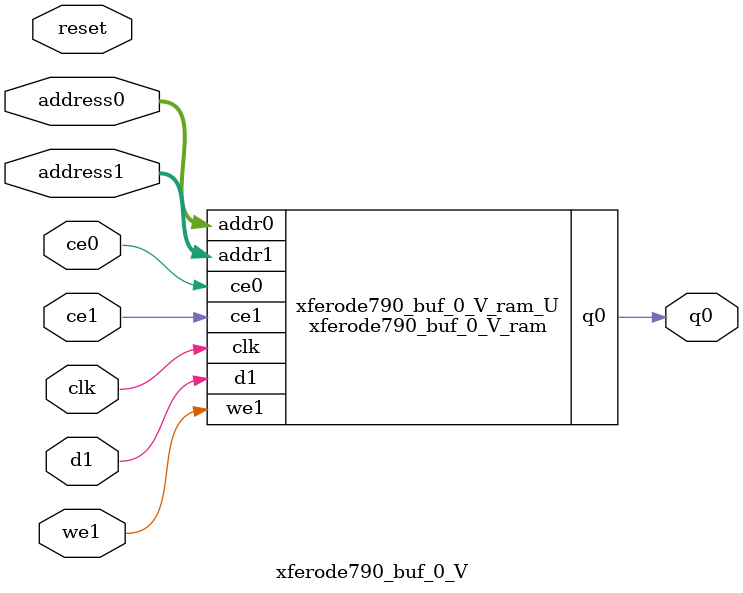
<source format=v>
`timescale 1 ns / 1 ps
module xferode790_buf_0_V_ram (addr0, ce0, q0, addr1, ce1, d1, we1,  clk);

parameter DWIDTH = 1;
parameter AWIDTH = 9;
parameter MEM_SIZE = 320;

input[AWIDTH-1:0] addr0;
input ce0;
output reg[DWIDTH-1:0] q0;
input[AWIDTH-1:0] addr1;
input ce1;
input[DWIDTH-1:0] d1;
input we1;
input clk;

(* ram_style = "block" *)reg [DWIDTH-1:0] ram[0:MEM_SIZE-1];




always @(posedge clk)  
begin 
    if (ce0) begin
        q0 <= ram[addr0];
    end
end


always @(posedge clk)  
begin 
    if (ce1) begin
        if (we1) 
            ram[addr1] <= d1; 
    end
end


endmodule

`timescale 1 ns / 1 ps
module xferode790_buf_0_V(
    reset,
    clk,
    address0,
    ce0,
    q0,
    address1,
    ce1,
    we1,
    d1);

parameter DataWidth = 32'd1;
parameter AddressRange = 32'd320;
parameter AddressWidth = 32'd9;
input reset;
input clk;
input[AddressWidth - 1:0] address0;
input ce0;
output[DataWidth - 1:0] q0;
input[AddressWidth - 1:0] address1;
input ce1;
input we1;
input[DataWidth - 1:0] d1;



xferode790_buf_0_V_ram xferode790_buf_0_V_ram_U(
    .clk( clk ),
    .addr0( address0 ),
    .ce0( ce0 ),
    .q0( q0 ),
    .addr1( address1 ),
    .ce1( ce1 ),
    .we1( we1 ),
    .d1( d1 ));

endmodule


</source>
